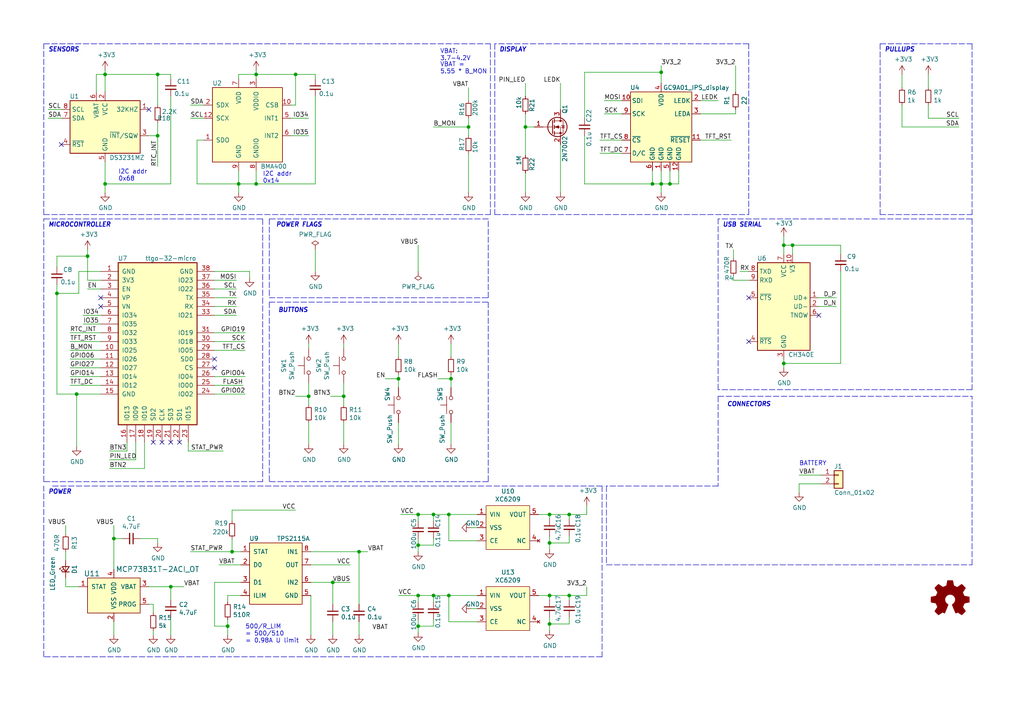
<source format=kicad_sch>
(kicad_sch (version 20211123) (generator eeschema)
  (paper "A4")
  (title_block (title "Open-Smartwatch-Light") (date "2021-02-18") (rev "3.3"))
  (junction (at 159.385 180.975))
  (junction (at 194.31 53.34))
  (junction (at 191.77 53.34))
  (junction (at 135.89 36.83))
  (junction (at 30.48 53.34))
  (junction (at 189.23 53.34))
  (junction (at 121.285 172.72))
  (junction (at 67.31 160.02))
  (junction (at 121.285 149.225))
  (junction (at 74.295 21.59))
  (junction (at 30.48 21.59))
  (junction (at 121.285 158.115))
  (junction (at 45.72 21.59))
  (junction (at 69.215 53.34))
  (junction (at 104.14 160.02))
  (junction (at 227.33 105.41))
  (junction (at 33.02 156.21))
  (junction (at 340.995 72.39))
  (junction (at 159.385 172.72))
  (junction (at 96.52 168.91))
  (junction (at 130.81 109.855))
  (junction (at 99.695 114.935))
  (junction (at 165.1 172.72))
  (junction (at 22.225 114.3))
  (junction (at 115.57 109.855))
  (junction (at 229.87 71.12))
  (junction (at 227.33 71.12))
  (junction (at 125.73 172.72))
  (junction (at 121.285 181.61))
  (junction (at 16.51 85.09))
  (junction (at 74.295 53.34))
  (junction (at 130.175 149.225))
  (junction (at 191.77 20.955))
  (junction (at 130.175 172.72))
  (junction (at 159.385 149.225))
  (junction (at 165.1 149.225))
  (junction (at 125.73 149.225))
  (junction (at 85.725 21.59))
  (junction (at 49.53 170.18))
  (junction (at 152.4 36.83))
  (junction (at 311.15 104.775))
  (junction (at 25.4 74.295))
  (junction (at 66.04 181.61))
  (junction (at 159.385 157.48))
  (junction (at 45.72 39.37))
  (junction (at 89.535 114.935))
  (no_connect (at 62.23 106.68))
  (no_connect (at 62.23 104.14))
  (no_connect (at 46.99 128.27))
  (no_connect (at 52.07 128.27))
  (no_connect (at 237.49 91.44))
  (no_connect (at 29.21 88.9))
  (no_connect (at 44.45 128.27))
  (no_connect (at 17.78 41.91))
  (no_connect (at 217.17 99.06))
  (no_connect (at 43.18 31.75))
  (no_connect (at 49.53 128.27))
  (no_connect (at 217.17 86.36))
  (no_connect (at 29.21 86.36))
  (no_connect (at 326.39 92.71))
  (no_connect (at 326.39 95.25))
  (polyline (pts (xy 208.28 114.935) (xy 281.94 114.935)))
  (wire (pts (xy 326.39 69.85) (xy 334.01 69.85)))
  (wire (pts (xy 165.1 172.72) (xy 170.18 172.72)))
  (wire (pts (xy 31.75 135.89) (xy 41.91 135.89)))
  (wire (pts (xy -42.545 135.255) (xy -32.385 135.255)))
  (wire (pts (xy 180.34 44.45) (xy 173.99 44.45)))
  (wire (pts (xy 43.18 39.37) (xy 45.72 39.37)))
  (wire (pts (xy 74.295 21.59) (xy 74.295 22.86)))
  (wire (pts (xy 29.21 106.68) (xy 20.32 106.68)))
  (wire (pts (xy 339.09 69.85) (xy 340.995 69.85)))
  (wire (pts (xy 104.14 175.26) (xy 104.14 160.02)))
  (wire (pts (xy 62.23 78.74) (xy 72.39 78.74)))
  (wire (pts (xy 74.295 49.53) (xy 74.295 53.34)))
  (wire (pts (xy 130.81 103.505) (xy 130.81 99.695)))
  (wire (pts (xy -42.545 135.255) (xy -42.545 137.16)))
  (polyline (pts (xy 76.2 139.7) (xy 12.7 139.7)))
  (wire (pts (xy 111.76 109.855) (xy 115.57 109.855)))
  (wire (pts (xy 62.23 81.28) (xy 68.58 81.28)))
  (wire (pts (xy 57.15 53.34) (xy 57.15 40.64)))
  (wire (pts (xy 214.63 78.74) (xy 217.17 78.74)))
  (wire (pts (xy 156.21 172.72) (xy 159.385 172.72)))
  (wire (pts (xy 165.1 149.225) (xy 165.1 150.495)))
  (polyline (pts (xy 141.605 63.5) (xy 78.105 63.5)))
  (polyline (pts (xy 208.28 113.03) (xy 208.28 63.5)))
  (wire (pts (xy 104.14 184.15) (xy 104.14 180.34)))
  (wire (pts (xy 261.62 21.59) (xy 261.62 25.4)))
  (wire (pts (xy 29.21 99.06) (xy 20.32 99.06)))
  (polyline (pts (xy 78.105 87.63) (xy 78.105 139.7)))
  (wire (pts (xy 25.4 81.28) (xy 25.4 74.295)))
  (wire (pts (xy -32.385 140.335) (xy -39.37 140.335)))
  (wire (pts (xy 189.23 49.53) (xy 189.23 53.34)))
  (wire (pts (xy 74.295 53.34) (xy 69.215 53.34)))
  (wire (pts (xy 40.64 156.21) (xy 45.72 156.21)))
  (wire (pts (xy 229.87 71.12) (xy 229.87 73.66)))
  (wire (pts (xy 130.175 149.225) (xy 138.43 149.225)))
  (wire (pts (xy 90.17 184.15) (xy 90.17 172.72)))
  (wire (pts (xy 135.89 36.83) (xy 125.73 36.83)))
  (wire (pts (xy 67.31 160.02) (xy 69.85 160.02)))
  (wire (pts (xy 165.1 155.575) (xy 165.1 157.48)))
  (wire (pts (xy 89.535 100.965) (xy 89.535 99.695)))
  (wire (pts (xy 238.125 140.335) (xy 231.775 140.335)))
  (wire (pts (xy 227.33 71.12) (xy 227.33 73.66)))
  (wire (pts (xy 29.21 83.82) (xy 25.4 83.82)))
  (wire (pts (xy 29.21 104.14) (xy 20.32 104.14)))
  (wire (pts (xy 19.05 160.02) (xy 19.05 162.56)))
  (wire (pts (xy 72.39 78.74) (xy 72.39 80.645)))
  (wire (pts (xy 19.05 152.4) (xy 19.05 154.94)))
  (wire (pts (xy 19.05 167.64) (xy 19.05 170.18)))
  (wire (pts (xy 66.04 181.61) (xy 66.04 179.705)))
  (wire (pts (xy 121.285 181.61) (xy 125.73 181.61)))
  (wire (pts (xy 84.455 39.37) (xy 89.535 39.37)))
  (wire (pts (xy 165.1 172.72) (xy 165.1 173.99)))
  (wire (pts (xy 191.77 19.05) (xy 191.77 20.955)))
  (wire (pts (xy 152.4 36.83) (xy 152.4 45.085)))
  (wire (pts (xy 16.51 85.09) (xy 16.51 114.3)))
  (wire (pts (xy 162.56 55.88) (xy 162.56 41.91)))
  (wire (pts (xy 340.995 72.39) (xy 340.995 74.295)))
  (wire (pts (xy 62.23 88.9) (xy 68.58 88.9)))
  (wire (pts (xy 121.285 179.705) (xy 121.285 181.61)))
  (wire (pts (xy 130.81 109.855) (xy 130.81 112.395)))
  (polyline (pts (xy 141.605 139.7) (xy 78.105 139.7)))
  (wire (pts (xy 99.695 99.695) (xy 99.695 100.965)))
  (wire (pts (xy 162.56 24.13) (xy 162.56 31.75)))
  (wire (pts (xy 159.385 155.575) (xy 159.385 157.48)))
  (wire (pts (xy 130.175 149.225) (xy 130.175 156.845)))
  (wire (pts (xy 29.21 78.74) (xy 22.86 78.74)))
  (wire (pts (xy 138.43 180.34) (xy 130.175 180.34)))
  (wire (pts (xy 115.57 99.695) (xy 115.57 103.505)))
  (wire (pts (xy -42.545 121.92) (xy -42.545 123.825)))
  (wire (pts (xy 125.73 149.225) (xy 125.73 151.13)))
  (wire (pts (xy 16.51 85.09) (xy 16.51 82.55)))
  (wire (pts (xy 25.4 74.295) (xy 25.4 72.39)))
  (wire (pts (xy -39.37 127) (xy -32.385 127)))
  (wire (pts (xy 57.15 40.64) (xy 59.055 40.64)))
  (wire (pts (xy 33.02 184.15) (xy 33.02 180.34)))
  (wire (pts (xy 96.52 168.91) (xy 90.17 168.91)))
  (wire (pts (xy 45.72 39.37) (xy 45.72 48.26)))
  (wire (pts (xy 29.21 96.52) (xy 20.32 96.52)))
  (wire (pts (xy 169.545 20.955) (xy 169.545 34.29)))
  (wire (pts (xy 69.215 49.53) (xy 69.215 53.34)))
  (wire (pts (xy 227.33 105.41) (xy 227.33 104.14)))
  (wire (pts (xy 69.85 168.91) (xy 62.23 168.91)))
  (polyline (pts (xy 281.94 113.03) (xy 208.28 113.03)))
  (wire (pts (xy 62.23 96.52) (xy 71.12 96.52)))
  (wire (pts (xy 44.45 175.26) (xy 43.18 175.26)))
  (wire (pts (xy 212.725 81.28) (xy 217.17 81.28)))
  (wire (pts (xy 115.57 109.855) (xy 115.57 108.585)))
  (polyline (pts (xy 281.94 63.5) (xy 281.94 113.03)))
  (wire (pts (xy 326.39 82.55) (xy 326.39 85.09)))
  (wire (pts (xy 121.285 149.225) (xy 121.285 151.13)))
  (wire (pts (xy 303.53 104.775) (xy 311.15 104.775)))
  (wire (pts (xy 130.81 128.905) (xy 130.81 122.555)))
  (wire (pts (xy 67.31 151.13) (xy 67.31 147.955)))
  (wire (pts (xy 194.31 49.53) (xy 194.31 53.34)))
  (wire (pts (xy 99.695 117.475) (xy 99.695 114.935)))
  (wire (pts (xy 303.53 102.87) (xy 303.53 104.775)))
  (wire (pts (xy 121.285 156.21) (xy 121.285 158.115)))
  (wire (pts (xy 196.85 53.34) (xy 194.31 53.34)))
  (wire (pts (xy 66.04 172.72) (xy 66.04 174.625)))
  (wire (pts (xy 203.2 40.64) (xy 212.09 40.64)))
  (wire (pts (xy 180.34 40.64) (xy 173.99 40.64)))
  (wire (pts (xy 62.23 91.44) (xy 68.58 91.44)))
  (wire (pts (xy 30.48 53.34) (xy 30.48 46.99)))
  (wire (pts (xy 96.52 184.15) (xy 96.52 180.34)))
  (wire (pts (xy 74.295 53.34) (xy 91.44 53.34)))
  (wire (pts (xy 180.34 33.02) (xy 175.26 33.02)))
  (wire (pts (xy 49.53 53.34) (xy 30.48 53.34)))
  (wire (pts (xy 89.535 114.935) (xy 89.535 117.475)))
  (wire (pts (xy 121.285 172.72) (xy 121.285 174.625)))
  (wire (pts (xy 326.39 77.47) (xy 326.39 80.01)))
  (wire (pts (xy 96.52 168.91) (xy 96.52 175.26)))
  (wire (pts (xy 159.385 180.975) (xy 159.385 182.88)))
  (wire (pts (xy 62.23 83.82) (xy 68.58 83.82)))
  (wire (pts (xy 242.57 88.9) (xy 237.49 88.9)))
  (wire (pts (xy 136.525 153.035) (xy 138.43 153.035)))
  (wire (pts (xy 66.04 184.15) (xy 66.04 181.61)))
  (wire (pts (xy 121.285 172.72) (xy 125.73 172.72)))
  (wire (pts (xy 229.87 71.12) (xy 243.84 71.12)))
  (polyline (pts (xy 255.27 62.23) (xy 281.94 62.23)))
  (wire (pts (xy 67.31 147.955) (xy 85.725 147.955)))
  (wire (pts (xy 62.23 168.91) (xy 62.23 181.61)))
  (wire (pts (xy 95.885 114.935) (xy 99.695 114.935)))
  (wire (pts (xy 49.53 184.15) (xy 49.53 179.07)))
  (wire (pts (xy -39.37 129.54) (xy -32.385 129.54)))
  (wire (pts (xy -32.385 116.84) (xy -37.465 116.84)))
  (polyline (pts (xy 142.24 12.7) (xy 142.24 62.23)))
  (wire (pts (xy 243.84 105.41) (xy 227.33 105.41)))
  (wire (pts (xy 116.205 149.225) (xy 121.285 149.225)))
  (wire (pts (xy 91.44 72.39) (xy 91.44 78.74)))
  (wire (pts (xy 89.535 111.125) (xy 89.535 114.935)))
  (wire (pts (xy 85.725 21.59) (xy 85.725 30.48)))
  (wire (pts (xy 16.51 74.295) (xy 16.51 77.47)))
  (polyline (pts (xy 217.17 12.7) (xy 143.51 12.7)))
  (polyline (pts (xy 76.2 63.5) (xy 76.2 139.7)))
  (wire (pts (xy 74.295 20.32) (xy 74.295 21.59)))
  (wire (pts (xy 45.72 156.21) (xy 45.72 157.48)))
  (wire (pts (xy 44.45 184.15) (xy 44.45 182.88)))
  (wire (pts (xy 165.1 179.07) (xy 165.1 180.975)))
  (wire (pts (xy 29.21 81.28) (xy 25.4 81.28)))
  (wire (pts (xy 29.21 111.76) (xy 20.32 111.76)))
  (polyline (pts (xy 15.24 140.97) (xy 175.26 140.97)))
  (polyline (pts (xy 255.27 12.7) (xy 281.94 12.7)))
  (wire (pts (xy 54.61 130.81) (xy 64.77 130.81)))
  (wire (pts (xy 208.28 29.21) (xy 203.2 29.21)))
  (wire (pts (xy 159.385 172.72) (xy 159.385 173.99)))
  (wire (pts (xy 45.72 21.59) (xy 45.72 30.48)))
  (wire (pts (xy 130.81 109.855) (xy 127 109.855)))
  (wire (pts (xy 16.51 114.3) (xy 22.225 114.3)))
  (polyline (pts (xy 12.7 190.5) (xy 12.7 140.97)))
  (wire (pts (xy 62.23 86.36) (xy 68.58 86.36)))
  (wire (pts (xy 29.21 91.44) (xy 24.13 91.44)))
  (wire (pts (xy 69.215 53.34) (xy 69.215 55.88)))
  (wire (pts (xy 36.83 130.81) (xy 31.75 130.81)))
  (wire (pts (xy 212.725 80.01) (xy 212.725 81.28)))
  (wire (pts (xy 191.77 53.34) (xy 189.23 53.34)))
  (wire (pts (xy 135.89 36.83) (xy 135.89 39.37)))
  (wire (pts (xy 159.385 172.72) (xy 165.1 172.72)))
  (polyline (pts (xy 78.105 63.5) (xy 78.105 86.36)))
  (wire (pts (xy 152.4 33.02) (xy 152.4 36.83)))
  (polyline (pts (xy 12.7 12.7) (xy 142.24 12.7)))
  (wire (pts (xy 30.48 20.32) (xy 30.48 21.59)))
  (wire (pts (xy 227.33 68.58) (xy 227.33 71.12)))
  (polyline (pts (xy 78.105 87.63) (xy 141.605 87.63)))
  (polyline (pts (xy 174.625 190.5) (xy 12.7 190.5)))
  (wire (pts (xy 85.725 30.48) (xy 84.455 30.48)))
  (wire (pts (xy -39.37 124.46) (xy -32.385 124.46)))
  (wire (pts (xy 84.455 34.29) (xy 89.535 34.29)))
  (polyline (pts (xy 141.605 87.63) (xy 141.605 139.7)))
  (wire (pts (xy -32.385 142.875) (xy -39.37 142.875)))
  (wire (pts (xy 55.245 30.48) (xy 59.055 30.48)))
  (wire (pts (xy 62.23 101.6) (xy 71.12 101.6)))
  (wire (pts (xy 69.215 53.34) (xy 57.15 53.34)))
  (polyline (pts (xy 175.895 140.97) (xy 175.895 163.83)))
  (wire (pts (xy 165.1 149.225) (xy 170.18 149.225)))
  (wire (pts (xy 62.23 99.06) (xy 71.12 99.06)))
  (wire (pts (xy 121.285 78.74) (xy 121.285 71.12)))
  (wire (pts (xy 89.535 128.905) (xy 89.535 122.555)))
  (wire (pts (xy 29.21 109.22) (xy 20.32 109.22)))
  (wire (pts (xy 55.245 160.02) (xy 67.31 160.02)))
  (wire (pts (xy 340.995 72.39) (xy 334.01 72.39)))
  (wire (pts (xy 242.57 86.36) (xy 237.49 86.36)))
  (wire (pts (xy 67.31 160.02) (xy 67.31 156.21)))
  (wire (pts (xy 63.5 163.83) (xy 69.85 163.83)))
  (wire (pts (xy 261.62 30.48) (xy 261.62 36.83)))
  (wire (pts (xy 35.56 156.21) (xy 33.02 156.21)))
  (wire (pts (xy 55.245 34.29) (xy 59.055 34.29)))
  (wire (pts (xy 22.86 85.09) (xy 16.51 85.09)))
  (wire (pts (xy 269.24 21.59) (xy 269.24 25.4)))
  (polyline (pts (xy 281.94 12.7) (xy 281.94 62.23)))
  (wire (pts (xy 13.97 34.29) (xy 17.78 34.29)))
  (wire (pts (xy 30.48 21.59) (xy 45.72 21.59)))
  (wire (pts (xy 135.89 34.29) (xy 135.89 36.83)))
  (polyline (pts (xy 143.51 12.7) (xy 143.51 62.23)))
  (wire (pts (xy 152.4 36.83) (xy 154.94 36.83)))
  (wire (pts (xy 156.21 149.225) (xy 159.385 149.225)))
  (wire (pts (xy 169.545 53.34) (xy 189.23 53.34)))
  (wire (pts (xy 159.385 149.225) (xy 165.1 149.225)))
  (wire (pts (xy 135.89 29.21) (xy 135.89 25.4)))
  (wire (pts (xy 29.21 93.98) (xy 24.13 93.98)))
  (wire (pts (xy 159.385 149.225) (xy 159.385 150.495)))
  (wire (pts (xy 22.225 114.3) (xy 22.225 129.54)))
  (wire (pts (xy 135.89 44.45) (xy 135.89 55.88)))
  (wire (pts (xy 30.48 55.88) (xy 30.48 53.34)))
  (wire (pts (xy 212.725 72.39) (xy 212.725 74.93)))
  (wire (pts (xy 49.53 170.18) (xy 43.18 170.18)))
  (wire (pts (xy 243.84 78.74) (xy 243.84 105.41)))
  (wire (pts (xy 90.17 160.02) (xy 104.14 160.02)))
  (wire (pts (xy 121.285 149.225) (xy 125.73 149.225)))
  (wire (pts (xy 33.02 156.21) (xy 33.02 152.4)))
  (polyline (pts (xy 208.28 140.97) (xy 175.895 140.97)))
  (polyline (pts (xy 12.7 62.23) (xy 142.24 62.23)))
  (wire (pts (xy 62.23 114.3) (xy 71.12 114.3)))
  (wire (pts (xy 29.21 114.3) (xy 22.225 114.3)))
  (wire (pts (xy 261.62 36.83) (xy 278.13 36.83)))
  (wire (pts (xy 125.73 172.72) (xy 130.175 172.72)))
  (wire (pts (xy 159.385 179.07) (xy 159.385 180.975)))
  (wire (pts (xy 91.44 53.34) (xy 91.44 27.94)))
  (wire (pts (xy 227.33 106.68) (xy 227.33 105.41)))
  (wire (pts (xy 20.32 101.6) (xy 29.21 101.6)))
  (wire (pts (xy 194.31 53.34) (xy 191.77 53.34)))
  (wire (pts (xy 238.125 137.795) (xy 231.775 137.795)))
  (wire (pts (xy 41.91 128.27) (xy 41.91 135.89)))
  (wire (pts (xy 115.57 172.72) (xy 121.285 172.72)))
  (wire (pts (xy 326.39 64.77) (xy 331.47 64.77)))
  (wire (pts (xy 30.48 21.59) (xy 27.94 21.59)))
  (wire (pts (xy 125.73 172.72) (xy 125.73 174.625)))
  (wire (pts (xy 69.215 22.86) (xy 69.215 21.59)))
  (wire (pts (xy 27.94 21.59) (xy 27.94 26.67)))
  (wire (pts (xy 49.53 27.94) (xy 49.53 53.34)))
  (wire (pts (xy 191.77 53.34) (xy 191.77 55.88)))
  (wire (pts (xy 121.285 181.61) (xy 121.285 183.515)))
  (wire (pts (xy 49.53 173.99) (xy 49.53 170.18)))
  (wire (pts (xy 165.1 180.975) (xy 159.385 180.975)))
  (wire (pts (xy 62.23 181.61) (xy 66.04 181.61)))
  (wire (pts (xy 191.77 49.53) (xy 191.77 53.34)))
  (wire (pts (xy 36.83 128.27) (xy 36.83 130.81)))
  (wire (pts (xy 49.53 21.59) (xy 49.53 22.86)))
  (wire (pts (xy 170.18 172.72) (xy 170.18 170.18)))
  (polyline (pts (xy 12.7 63.5) (xy 76.2 63.5)))
  (polyline (pts (xy 141.605 86.36) (xy 141.605 63.5)))
  (wire (pts (xy 191.77 20.955) (xy 191.77 24.13)))
  (wire (pts (xy 213.36 26.67) (xy 213.36 19.05)))
  (wire (pts (xy 22.86 78.74) (xy 22.86 85.09)))
  (wire (pts (xy 30.48 21.59) (xy 30.48 26.67)))
  (wire (pts (xy 159.385 157.48) (xy 159.385 159.385)))
  (wire (pts (xy 311.15 102.87) (xy 311.15 104.775)))
  (wire (pts (xy 53.34 170.18) (xy 49.53 170.18)))
  (wire (pts (xy 33.02 156.21) (xy 33.02 165.1)))
  (wire (pts (xy 45.72 35.56) (xy 45.72 39.37)))
  (wire (pts (xy 180.34 29.21) (xy 175.26 29.21)))
  (wire (pts (xy 62.23 111.76) (xy 70.485 111.76)))
  (wire (pts (xy 169.545 39.37) (xy 169.545 53.34)))
  (wire (pts (xy 125.73 158.115) (xy 125.73 156.21)))
  (wire (pts (xy 152.4 55.88) (xy 152.4 50.165)))
  (wire (pts (xy 85.725 21.59) (xy 91.44 21.59)))
  (wire (pts (xy 104.14 160.02) (xy 106.68 160.02)))
  (wire (pts (xy 54.61 128.27) (xy 54.61 130.81)))
  (polyline (pts (xy 255.27 12.7) (xy 255.27 62.23)))
  (wire (pts (xy 152.4 24.13) (xy 152.4 27.94)))
  (wire (pts (xy 130.175 172.72) (xy 130.175 180.34)))
  (wire (pts (xy 213.36 33.02) (xy 203.2 33.02)))
  (wire (pts (xy 99.695 114.935) (xy 99.695 111.125)))
  (wire (pts (xy 101.6 163.83) (xy 90.17 163.83)))
  (wire (pts (xy 62.23 109.22) (xy 71.12 109.22)))
  (polyline (pts (xy 143.51 62.23) (xy 217.17 62.23)))
  (wire (pts (xy 231.775 140.335) (xy 231.775 142.875)))
  (wire (pts (xy 136.525 176.53) (xy 138.43 176.53)))
  (wire (pts (xy 74.295 21.59) (xy 85.725 21.59)))
  (wire (pts (xy 165.1 157.48) (xy 159.385 157.48)))
  (polyline (pts (xy 174.625 140.97) (xy 174.625 190.5)))
  (wire (pts (xy -32.385 137.795) (xy -39.37 137.795)))
  (wire (pts (xy 44.45 177.8) (xy 44.45 175.26)))
  (polyline (pts (xy 12.7 139.7) (xy 12.7 63.5)))
  (polyline (pts (xy 78.105 86.36) (xy 141.605 86.36)))
  (wire (pts (xy 130.175 172.72) (xy 138.43 172.72)))
  (wire (pts (xy 69.85 172.72) (xy 66.04 172.72)))
  (wire (pts (xy 121.285 158.115) (xy 125.73 158.115)))
  (wire (pts (xy 191.77 20.955) (xy 169.545 20.955)))
  (polyline (pts (xy 281.94 163.83) (xy 281.94 114.935)))
  (wire (pts (xy 13.97 31.75) (xy 17.78 31.75)))
  (wire (pts (xy 25.4 74.295) (xy 16.51 74.295)))
  (wire (pts (xy 19.05 170.18) (xy 22.86 170.18)))
  (wire (pts (xy 130.81 108.585) (xy 130.81 109.855)))
  (wire (pts (xy 115.57 128.905) (xy 115.57 122.555)))
  (polyline (pts (xy 12.7 62.23) (xy 12.7 12.7)))
  (wire (pts (xy 227.33 71.12) (xy 229.87 71.12)))
  (wire (pts (xy 115.57 112.395) (xy 115.57 109.855)))
  (polyline (pts (xy 281.94 63.5) (xy 208.28 63.5)))
  (wire (pts (xy 138.43 156.845) (xy 130.175 156.845)))
  (wire (pts (xy 121.285 158.115) (xy 121.285 160.02)))
  (wire (pts (xy 170.18 146.685) (xy 170.18 149.225)))
  (wire (pts (xy 243.84 71.12) (xy 243.84 73.66)))
  (wire (pts (xy 269.24 34.29) (xy 278.13 34.29)))
  (wire (pts (xy 91.44 21.59) (xy 91.44 22.86)))
  (wire (pts (xy 31.75 133.35) (xy 39.37 133.35)))
  (wire (pts (xy 213.36 31.75) (xy 213.36 33.02)))
  (wire (pts (xy 326.39 72.39) (xy 328.93 72.39)))
  (wire (pts (xy 311.15 104.775) (xy 311.15 106.68)))
  (wire (pts (xy 45.72 21.59) (xy 49.53 21.59)))
  (wire (pts (xy 125.73 181.61) (xy 125.73 179.705)))
  (wire (pts (xy 39.37 133.35) (xy 39.37 128.27)))
  (polyline (pts (xy 208.28 114.935) (xy 208.28 140.97)))
  (wire (pts (xy 85.725 114.935) (xy 89.535 114.935)))
  (wire (pts (xy -42.545 121.92) (xy -32.385 121.92)))
  (wire (pts (xy -32.385 114.3) (xy -37.465 114.3)))
  (wire (pts (xy 196.85 49.53) (xy 196.85 53.34)))
  (polyline (pts (xy 217.17 62.23) (xy 217.17 12.7)))
  (wire (pts (xy 69.215 21.59) (xy 74.295 21.59)))
  (wire (pts (xy 340.995 69.85) (xy 340.995 72.39)))
  (wire (pts (xy 99.695 128.905) (xy 99.695 122.555)))
  (wire (pts (xy 125.73 149.225) (xy 130.175 149.225)))
  (polyline (pts (xy 175.895 163.83) (xy 281.94 163.83)))
  (wire (pts (xy 269.24 30.48) (xy 269.24 34.29)))
  (wire (pts (xy 101.6 168.91) (xy 96.52 168.91)))
  (text "500/R_LIM\n= 500/510\n= 0.98A U limit" (at 71.12 186.69 0) (effects (font (size 1.27 1.27)) (justify left bottom)))
  (text "POWER FLAGS" (at 80.01 66.04 0) (effects (font (size 1.27 1.27) (thickness 0.254) bold italic) (justify left bottom)))
  (text "BUTTONS" (at 80.645 90.805 0) (effects (font (size 1.27 1.27) (thickness 0.254) bold italic) (justify left bottom)))
  (text "SENSORS" (at 13.97 15.24 0) (effects (font (size 1.27 1.27) (thickness 0.254) bold italic) (justify left bottom)))
  (text "I2C addr\n0x68" (at 34.29 52.705 0) (effects (font (size 1.27 1.27)) (justify left bottom)))
  (text "CONNECTORS" (at 210.82 118.11 0) (effects (font (size 1.27 1.27) (thickness 0.254) bold italic) (justify left bottom)))
  (text "I2C addr\n0x14" (at 76.2 53.34 0) (effects (font (size 1.27 1.27)) (justify left bottom)))
  (text "POWER" (at 13.97 143.51 0) (effects (font (size 1.27 1.27) (thickness 0.254) bold italic) (justify left bottom)))
  (text "USB SERIAL" (at 209.55 66.04 0) (effects (font (size 1.27 1.27) (thickness 0.254) bold italic) (justify left bottom)))
  (text "DISPLAY" (at 144.78 15.24 0) (effects (font (size 1.27 1.27) (thickness 0.254) bold italic) (justify left bottom)))
  (text "VBAT:\n3.7-4.2V" (at 127.635 17.78 0) (effects (font (size 1.27 1.27)) (justify left bottom)))
  (text "PULLUPS" (at 256.54 15.24 0) (effects (font (size 1.27 1.27) (thickness 0.254) bold italic) (justify left bottom)))
  (text "BATTERY" (at 231.775 135.255 0) (effects (font (size 1.27 1.27)) (justify left bottom)))
  (text "MICROCONTROLLER" (at 13.97 66.04 0) (effects (font (size 1.27 1.27) (thickness 0.254) bold italic) (justify left bottom)))
  (text "VBAT =\n5.55 * B_MON\n" (at 127.635 21.59 0) (effects (font (size 1.27 1.27)) (justify left bottom)))
  (label "GPIO02" (at -39.37 124.46 0))
  (label "BTN2" (at 31.75 135.89 0))
  (label "TFT_DC" (at 173.99 44.45 0))
  (label "BTN3" (at 95.885 114.935 180))
  (label "VBAT" (at 63.5 163.83 0))
  (label "SCL" (at 13.97 31.75 0))
  (label "IO35" (at 89.535 39.37 180))
  (label "B_MON" (at 20.32 101.6 0))
  (label "D_N" (at 326.39 80.01 0))
  (label "VBUS" (at 331.47 64.77 180))
  (label "PIN_LED" (at 152.4 24.13 180))
  (label "BTN3" (at 31.75 130.81 0))
  (label "VBAT" (at 107.95 182.88 0))
  (label "SCK" (at 175.26 33.02 0))
  (label "VBAT" (at 231.775 137.795 0))
  (label "TX" (at 68.58 86.36 180))
  (label "TFT_DC" (at 20.32 111.76 0))
  (label "GPIO27" (at 20.32 106.68 0))
  (label "GPIO14" (at -39.37 137.795 0))
  (label "TFT_CS" (at 71.12 101.6 180))
  (label "IO35" (at 24.13 93.98 0))
  (label "VCC" (at 116.205 149.225 0))
  (label "CC2" (at 326.517 72.39 0))
  (label "SDA" (at 68.58 91.44 180))
  (label "VCC" (at 115.57 172.72 0))
  (label "D_P" (at 326.39 85.09 0))
  (label "VBUS" (at 121.285 71.12 180))
  (label "D_P" (at 242.57 86.36 180))
  (label "D_N" (at 242.57 88.9 180))
  (label "SCK" (at 71.12 99.06 180))
  (label "LEDK" (at 162.56 24.13 180))
  (label "BTN2" (at 85.725 114.935 180))
  (label "GPIO04" (at -39.37 127 0))
  (label "GPIO14" (at 20.32 109.22 0))
  (label "RX" (at 214.63 78.74 0))
  (label "VBAT" (at 106.68 160.02 0))
  (label "TFT_CS" (at 173.99 40.64 0))
  (label "TFT_RST" (at 20.32 99.06 0))
  (label "B_MON" (at 125.73 36.83 0))
  (label "VBUS" (at 101.6 168.91 180))
  (label "GPIO19" (at -39.37 129.54 0))
  (label "FLASH" (at 127 109.855 180))
  (label "VBAT" (at 53.34 170.18 0))
  (label "PIN_LED" (at 31.75 133.35 0))
  (label "FLASH" (at 70.485 111.76 180))
  (label "RX" (at 68.58 88.9 180))
  (label "SCL" (at 278.13 34.29 180))
  (label "SDA" (at 55.245 30.48 0))
  (label "MOSI" (at 175.26 29.21 0))
  (label "GPIO02" (at 71.12 114.3 180))
  (label "GPIO06" (at -39.37 142.875 0))
  (label "VBUS" (at 19.05 152.4 180))
  (label "GPIO04" (at 71.12 109.22 180))
  (label "LEDK" (at 208.28 29.21 180))
  (label "3V3_2" (at 213.36 19.05 180))
  (label "VCC" (at 85.725 147.955 180))
  (label "EN" (at 111.76 109.855 180))
  (label "SDA" (at 13.97 34.29 0))
  (label "EN" (at 25.4 83.82 0))
  (label "GPIO06" (at 20.32 104.14 0))
  (label "RTC_INT" (at 45.72 48.26 90))
  (label "SCL" (at 55.245 34.29 0))
  (label "SDA" (at -37.465 116.84 0))
  (label "VCC" (at 101.6 163.83 180))
  (label "TX" (at 212.725 72.39 180))
  (label "IO34" (at 24.13 91.44 0))
  (label "STAT_PWR" (at 55.245 160.02 0))
  (label "VBAT" (at 135.89 25.4 180))
  (label "SDA" (at 278.13 36.83 180))
  (label "MOSI" (at 68.58 81.28 180))
  (label "STAT_PWR" (at 64.77 130.81 180))
  (label "3V3_2" (at 191.77 19.05 0))
  (label "SCL" (at 68.58 83.82 180))
  (label "GPIO27" (at -39.37 140.335 0))
  (label "RTC_INT" (at 20.32 96.52 0))
  (label "3V3_2" (at 170.18 170.18 180))
  (label "SCL" (at -37.465 114.3 0))
  (label "VBUS" (at 33.02 152.4 180))
  (label "IO34" (at 89.535 34.29 180))
  (label "GPIO19" (at 71.12 96.52 180))
  (label "TFT_RST" (at 212.09 40.64 180))
  (label "CC1" (at 326.517 69.85 0))
  (symbol (lib_id "open-Smartwatch:GC9A01_IPS_display_SPI") (at 191.77 36.83 0) (unit 1)
    (property "Reference" "U4" (at 184.15 25.4 0))
    (property "Value" "GC9A01_IPS_display" (at 201.93 25.4 0))
    (property "Footprint" "open-Smartwatch:GC9A01_IPS_display" (effects hide))
  )
  (symbol (lib_id "open-Smartwatch:ttgo-32-micro") (at 45.72 96.52 0) (unit 1)
    (property "Reference" "U7" (at 35.56 74.93 0))
    (property "Value" "ttgo-32-micro" (at 49.53 74.93 0))
    (property "Footprint" "open-Smartwatch:ttgo-32-micro" (effects hide))
  )
  (symbol (lib_id "Switch:SW_Push") (at 115.57 117.475 90) (unit 1)
    (property "Reference" "SW4" (at 112.395 114.3 0))
    (property "Value" "SW_Push" (at 113.03 124.46 0))
    (property "Footprint" "open-Smartwatch:button_side_smd" (effects hide))
  )
  (symbol (lib_id "Switch:SW_Push") (at 130.81 117.475 90) (unit 1)
    (property "Reference" "SW5" (at 127.635 114.3 0))
    (property "Value" "SW_Push" (at 128.27 124.46 0))
    (property "Footprint" "open-Smartwatch:button_side_smd" (effects hide))
  )
  (symbol (lib_id "Switch:SW_Push") (at 89.535 106.045 90) (unit 1)
    (property "Reference" "SW1" (at 82.296 106.045 0))
    (property "Value" "SW_Push" (at 84.6074 106.045 0))
    (property "Footprint" "open-Smartwatch:button_side_smd" (effects hide))
  )
  (symbol (lib_id "Switch:SW_Push") (at 99.695 106.045 90) (unit 1)
    (property "Reference" "SW2" (at 92.456 106.045 0))
    (property "Value" "SW_Push" (at 94.7674 106.045 0))
    (property "Footprint" "open-Smartwatch:button_side_smd" (effects hide))
  )
  (symbol (lib_id "power:+3V3") (at 115.57 99.695 0) (unit 1)
    (property "Reference" "#PWR030" (effects hide))
    (property "Value" "+3V3" (at 115.951 95.3008 0))
  )
  (symbol (lib_id "Device:R_Small") (at 115.57 106.045 0) (unit 1)
    (property "Reference" "R8" (at 117.0686 104.8766 0) (effects (justify left)))
    (property "Value" "10k" (at 117.0686 107.188 0) (effects (justify left)))
    (property "Footprint" "Resistor_SMD:R_0603_1608Metric" (effects hide))
  )
  (symbol (lib_id "power:GND") (at 115.57 128.905 0) (unit 1)
    (property "Reference" "#PWR038" (effects hide))
    (property "Value" "GND" (at 115.697 133.2992 0))
  )
  (symbol (lib_id "Device:R_Small") (at 130.81 106.045 0) (unit 1)
    (property "Reference" "R9" (at 132.3086 104.8766 0) (effects (justify left)))
    (property "Value" "10k" (at 132.3086 107.188 0) (effects (justify left)))
    (property "Footprint" "Resistor_SMD:R_0603_1608Metric" (effects hide))
  )
  (symbol (lib_id "power:+3V3") (at 130.81 99.695 0) (unit 1)
    (property "Reference" "#PWR031" (effects hide))
    (property "Value" "+3V3" (at 131.191 95.3008 0))
  )
  (symbol (lib_id "power:GND") (at 130.81 128.905 0) (unit 1)
    (property "Reference" "#PWR039" (effects hide))
    (property "Value" "GND" (at 130.937 133.2992 0))
  )
  (symbol (lib_id "open-Smartwatch:CH340E") (at 227.33 88.9 0) (mirror y) (unit 1)
    (property "Reference" "U6" (at 220.98 74.93 0))
    (property "Value" "CH340E" (at 232.41 102.87 0))
    (property "Footprint" "open-Smartwatch:MSOP-10_3x3mm_P0.5mm" (effects hide))
    (property "Datasheet" "https://www.mpja.com/download/35227cpdata.pdf" (effects hide))
  )
  (symbol (lib_id "power:GND") (at 227.33 106.68 0) (unit 1)
    (property "Reference" "#PWR025" (effects hide))
    (property "Value" "GND" (at 227.457 111.0742 0))
  )
  (symbol (lib_id "power:+3V3") (at 227.33 68.58 0) (unit 1)
    (property "Reference" "#PWR015" (effects hide))
    (property "Value" "+3V3" (at 227.33 64.77 0))
  )
  (symbol (lib_id "open-Smartwatch:TPS2115A_default") (at 80.01 166.37 0) (unit 1)
    (property "Reference" "U9" (at 73.66 156.21 0))
    (property "Value" "TPS2115A" (at 85.09 156.21 0))
    (property "Footprint" "open-Smartwatch:TSSOP-8_4.4x3mm_P0.65mm" (effects hide))
    (property "Datasheet" "https://www.ti.com/lit/ds/symlink/tps2114a.pdf?HQS=TI-null-null-digikeymode-df-pf-null-wwe&ts=1599026024238" (effects hide))
    (property "DigiKey_PN" "296-16940-1-ND" (effects hide))
    (property "Manufacturer" "Texas Instruments" (effects hide))
    (property "MPN" "TPS2115APWR" (effects hide))
  )
  (symbol (lib_id "open-Smartwatch:MCP73831T-2ACI_OT") (at 33.02 172.72 0) (unit 1)
    (property "Reference" "U11" (at 26.67 166.37 0) (effects (font (size 1.524 1.524))))
    (property "Value" "MCP73831T-2ACI_OT" (at 45.72 165.1 0) (effects (font (size 1.524 1.524))))
    (property "Footprint" "open-Smartwatch:SOT-23-5" (effects hide))
    (property "Datasheet" "http://ww1.microchip.com/downloads/en/DeviceDoc/20001984g.pdf" (effects hide))
    (property "Digi-Key_PN" "MCP73831T-2ACI/OTCT-ND" (effects hide))
    (property "MPN" "MCP73831T-2ACI/OT" (effects hide))
    (property "Manufacturer" "Microchip Technology" (effects hide))
  )
  (symbol (lib_id "power:GND") (at 33.02 184.15 0) (unit 1)
    (property "Reference" "#PWR043" (effects hide))
    (property "Value" "GND" (at 33.147 188.5442 0))
  )
  (symbol (lib_id "Device:R_Small") (at 19.05 157.48 180) (unit 1)
    (property "Reference" "R13" (at 21.59 157.48 90))
    (property "Value" "470R" (at 16.51 157.48 90))
    (property "Footprint" "Resistor_SMD:R_0603_1608Metric" (effects hide))
  )
  (symbol (lib_id "Device:LED_Small") (at 19.05 165.1 90) (unit 1)
    (property "Reference" "D1" (at 21.59 165.1 0))
    (property "Value" "LED_Green" (at 15.24 166.37 0))
    (property "Footprint" "LED_SMD:LED_0805_2012Metric" (effects hide))
  )
  (symbol (lib_id "Device:C_Small") (at 49.53 176.53 0) (unit 1)
    (property "Reference" "C2" (at 51.8668 175.3616 0) (effects (justify left)))
    (property "Value" "4.7uF" (at 51.8668 177.673 0) (effects (justify left)))
    (property "Footprint" "Capacitor_SMD:C_0603_1608Metric" (effects hide))
  )
  (symbol (lib_id "power:GND") (at 49.53 184.15 0) (unit 1)
    (property "Reference" "#PWR045" (effects hide))
    (property "Value" "GND" (at 49.657 188.5442 0))
  )
  (symbol (lib_id "Device:C_Small") (at 38.1 156.21 270) (unit 1)
    (property "Reference" "C1" (at 38.1 150.3934 90))
    (property "Value" "4.7uF" (at 38.1 152.7048 90))
    (property "Footprint" "Capacitor_SMD:C_0603_1608Metric" (effects hide))
  )
  (symbol (lib_id "power:GND") (at 45.72 157.48 0) (unit 1)
    (property "Reference" "#PWR041" (effects hide))
    (property "Value" "GND" (at 45.847 161.8742 0))
  )
  (symbol (lib_id "Device:R_Small") (at 44.45 180.34 0) (unit 1)
    (property "Reference" "R15" (at 45.9486 179.1716 0) (effects (justify left)))
    (property "Value" "5k" (at 45.9486 181.483 0) (effects (justify left)))
    (property "Footprint" "Resistor_SMD:R_0603_1608Metric" (effects hide))
  )
  (symbol (lib_id "power:GND") (at 44.45 184.15 0) (unit 1)
    (property "Reference" "#PWR044" (effects hide))
    (property "Value" "GND" (at 44.577 188.5442 0))
  )
  (symbol (lib_id "Device:R_Small") (at 212.725 77.47 180) (unit 1)
    (property "Reference" "R4" (at 211.455 80.645 0))
    (property "Value" "470R" (at 210.82 76.835 90))
    (property "Footprint" "Resistor_SMD:R_0603_1608Metric" (effects hide))
  )
  (symbol (lib_id "Device:C_Small") (at 96.52 177.8 0) (unit 1)
    (property "Reference" "C3" (at 98.8568 176.6316 0) (effects (justify left)))
    (property "Value" "0.1u" (at 98.8568 178.943 0) (effects (justify left)))
    (property "Footprint" "Capacitor_SMD:C_0603_1608Metric" (effects hide))
  )
  (symbol (lib_id "Device:C_Small") (at 104.14 177.8 0) (unit 1)
    (property "Reference" "C4" (at 106.4768 176.6316 0) (effects (justify left)))
    (property "Value" "0.1u" (at 106.4768 178.943 0) (effects (justify left)))
    (property "Footprint" "Capacitor_SMD:C_0603_1608Metric" (effects hide))
  )
  (symbol (lib_id "power:GND") (at 104.14 184.15 0) (unit 1)
    (property "Reference" "#PWR049" (effects hide))
    (property "Value" "GND" (at 104.267 188.5442 0))
  )
  (symbol (lib_id "power:GND") (at 96.52 184.15 0) (unit 1)
    (property "Reference" "#PWR048" (effects hide))
    (property "Value" "GND" (at 96.647 188.5442 0))
  )
  (symbol (lib_id "power:GND") (at 90.17 184.15 0) (unit 1)
    (property "Reference" "#PWR047" (effects hide))
    (property "Value" "GND" (at 90.297 188.5442 0))
  )
  (symbol (lib_id "Device:R_Small") (at 66.04 177.165 0) (unit 1)
    (property "Reference" "R14" (at 67.5386 175.9966 0) (effects (justify left)))
    (property "Value" "510R" (at 67.5386 178.308 0) (effects (justify left)))
    (property "Footprint" "Resistor_SMD:R_0603_1608Metric" (effects hide))
  )
  (symbol (lib_id "power:GND") (at 66.04 184.15 0) (unit 1)
    (property "Reference" "#PWR046" (effects hide))
    (property "Value" "GND" (at 66.167 188.5442 0))
  )
  (symbol (lib_id "Device:R_Small") (at 67.31 153.67 0) (unit 1)
    (property "Reference" "R19" (at 62.23 151.765 0) (effects (justify left)))
    (property "Value" "220k" (at 61.595 154.305 0) (effects (justify left)))
    (property "Footprint" "Resistor_SMD:R_0603_1608Metric" (effects hide))
  )
  (symbol (lib_id "Device:R_Small") (at 89.535 120.015 0) (unit 1)
    (property "Reference" "R10" (at 91.0336 118.8466 0) (effects (justify left)))
    (property "Value" "10k" (at 91.0336 121.158 0) (effects (justify left)))
    (property "Footprint" "Resistor_SMD:R_0603_1608Metric" (effects hide))
  )
  (symbol (lib_id "Device:R_Small") (at 99.695 120.015 0) (unit 1)
    (property "Reference" "R11" (at 101.1936 118.8466 0) (effects (justify left)))
    (property "Value" "10k" (at 101.1936 121.158 0) (effects (justify left)))
    (property "Footprint" "Resistor_SMD:R_0603_1608Metric" (effects hide))
  )
  (symbol (lib_id "power:GND") (at 89.535 128.905 0) (unit 1)
    (property "Reference" "#PWR035" (effects hide))
    (property "Value" "GND" (at 89.662 133.2992 0))
  )
  (symbol (lib_id "power:GND") (at 99.695 128.905 0) (unit 1)
    (property "Reference" "#PWR036" (effects hide))
    (property "Value" "GND" (at 99.822 133.2992 0))
  )
  (symbol (lib_id "power:+3V3") (at 89.535 99.695 0) (unit 1)
    (property "Reference" "#PWR027" (effects hide))
    (property "Value" "+3V3" (at 89.916 95.3008 0))
  )
  (symbol (lib_id "power:+3V3") (at 99.695 99.695 0) (unit 1)
    (property "Reference" "#PWR028" (effects hide))
    (property "Value" "+3V3" (at 100.076 95.3008 0))
  )
  (symbol (lib_id "Transistor_FET:2N7002") (at 160.02 36.83 0) (unit 1)
    (property "Reference" "Q1" (at 163.83 33.02 90) (effects (justify left)))
    (property "Value" "2N7002" (at 163.83 46.99 90) (effects (justify left)))
    (property "Footprint" "Package_TO_SOT_SMD:SOT-23" (effects hide))
    (property "Datasheet" "https://www.fairchildsemi.com/datasheets/2N/2N7002.pdf" (effects hide))
  )
  (symbol (lib_id "power:GND") (at 162.56 55.88 0) (unit 1)
    (property "Reference" "#PWR08" (effects hide))
    (property "Value" "GND" (at 162.687 60.2742 0))
  )
  (symbol (lib_id "Device:R_Small") (at 213.36 29.21 0) (unit 1)
    (property "Reference" "R1" (at 210.82 30.48 90) (effects (justify left)))
    (property "Value" "22" (at 215.9 30.48 90) (effects (justify left)))
    (property "Footprint" "Resistor_SMD:R_0603_1608Metric" (effects hide))
  )
  (symbol (lib_id "power:GND") (at 191.77 55.88 0) (unit 1)
    (property "Reference" "#PWR014" (effects hide))
    (property "Value" "GND" (at 191.897 60.2742 0))
  )
  (symbol (lib_id "Timer_RTC:DS3231MZ") (at 30.48 36.83 0) (unit 1)
    (property "Reference" "U1" (at 21.59 27.94 0))
    (property "Value" "DS3231MZ" (at 36.83 45.72 0))
    (property "Footprint" "Package_SO:SOIC-8_3.9x4.9mm_P1.27mm" (effects hide))
    (property "Datasheet" "http://datasheets.maximintegrated.com/en/ds/DS3231M.pdf" (effects hide))
  )
  (symbol (lib_id "power:+3V3") (at 30.48 20.32 0) (unit 1)
    (property "Reference" "#PWR03" (effects hide))
    (property "Value" "+3V3" (at 30.861 15.9258 0))
  )
  (symbol (lib_id "power:GND") (at 30.48 55.88 0) (unit 1)
    (property "Reference" "#PWR09" (effects hide))
    (property "Value" "GND" (at 30.607 60.2742 0))
  )
  (symbol (lib_id "open-Smartwatch:BMA400") (at 71.755 36.83 0) (unit 1)
    (property "Reference" "U2" (at 61.595 24.13 0) (effects (justify left)))
    (property "Value" "BMA400" (at 75.565 48.26 0) (effects (justify left)))
    (property "Footprint" "open-Smartwatch:LGA-12_2x2mm_P0.5mm" (effects hide))
    (property "Datasheet" "https://ae-bst.resource.bosch.com/media/_tech/media/datasheets/BST-BMA400-DS000.pdf" (effects hide))
    (property "DigiKey_PN" "828-1081-1-ND" (effects hide))
    (property "Manufacturer" "Bosch Sensortec" (effects hide))
    (property "MPN" "BMA400" (effects hide))
  )
  (symbol (lib_id "power:+3V3") (at 74.295 20.32 0) (unit 1)
    (property "Reference" "#PWR05" (effects hide))
    (property "Value" "+3V3" (at 74.676 15.9258 0))
  )
  (symbol (lib_id "power:GND") (at 69.215 55.88 0) (unit 1)
    (property "Reference" "#PWR011" (effects hide))
    (property "Value" "GND" (at 69.342 60.2742 0))
  )
  (symbol (lib_id "Device:R_Small") (at 135.89 31.75 0) (unit 1)
    (property "Reference" "R16" (at 133.985 33.655 90) (effects (justify left)))
    (property "Value" "200k" (at 137.795 33.655 90) (effects (justify left)))
    (property "Footprint" "Resistor_SMD:R_0603_1608Metric" (effects hide))
  )
  (symbol (lib_id "Device:R_Small") (at 135.89 41.91 0) (unit 1)
    (property "Reference" "R17" (at 133.985 43.815 90) (effects (justify left)))
    (property "Value" "10k" (at 137.795 44.45 90) (effects (justify left)))
    (property "Footprint" "Resistor_SMD:R_0603_1608Metric" (effects hide))
  )
  (symbol (lib_id "Device:C_Small") (at 243.84 76.2 0) (unit 1)
    (property "Reference" "C9" (at 245.618 74.422 0) (effects (justify left)))
    (property "Value" "0.1u" (at 244.856 77.978 0) (effects (justify left)))
    (property "Footprint" "Capacitor_SMD:C_0603_1608Metric" (effects hide))
  )
  (symbol (lib_id "power:GND") (at 135.89 55.88 0) (unit 1)
    (property "Reference" "#PWR053" (effects hide))
    (property "Value" "GND" (at 136.017 60.2742 0))
  )
  (symbol (lib_id "Device:C_Small") (at 49.53 25.4 0) (unit 1)
    (property "Reference" "C11" (at 51.308 23.622 0) (effects (justify left)))
    (property "Value" "0.1u" (at 50.546 27.178 0) (effects (justify left)))
    (property "Footprint" "Capacitor_SMD:C_0603_1608Metric" (effects hide))
  )
  (symbol (lib_id "Device:C_Small") (at 91.44 25.4 0) (unit 1)
    (property "Reference" "C13" (at 93.218 23.622 0) (effects (justify left)))
    (property "Value" "0.1u" (at 92.456 27.178 0) (effects (justify left)))
    (property "Footprint" "Capacitor_SMD:C_0603_1608Metric" (effects hide))
  )
  (symbol (lib_id "Device:C_Small") (at 16.51 80.01 0) (unit 1)
    (property "Reference" "C8" (at 18.288 78.232 0) (effects (justify left)))
    (property "Value" "0.1u" (at 17.526 81.788 0) (effects (justify left)))
    (property "Footprint" "Capacitor_SMD:C_0603_1608Metric" (effects hide))
  )
  (symbol (lib_id "power:GND") (at 121.285 160.02 0) (unit 1)
    (property "Reference" "#PWR018" (effects hide))
    (property "Value" "GND" (at 121.412 164.4142 0))
  )
  (symbol (lib_id "power:GND") (at 91.44 78.74 0) (unit 1)
    (property "Reference" "#PWR059" (effects hide))
    (property "Value" "GND" (at 91.567 83.1342 0))
  )
  (symbol (lib_id "power:PWR_FLAG") (at 91.44 72.39 0) (unit 1)
    (property "Reference" "#FLG01" (effects hide))
    (property "Value" "PWR_FLAG" (at 91.44 67.9958 0))
  )
  (symbol (lib_id "Connector_Generic:Conn_01x02") (at 243.205 137.795 0) (unit 1)
    (property "Reference" "J1" (at 241.935 135.255 0) (effects (justify left)))
    (property "Value" "Conn_01x02" (at 241.935 142.875 0) (effects (justify left)))
    (property "Footprint" "Connector_PinHeader_2.54mm:PinHeader_1x02_P2.54mm_Vertical" (effects hide))
  )
  (symbol (lib_id "power:GND") (at 231.775 142.875 0) (unit 1)
    (property "Reference" "#PWR032" (effects hide))
    (property "Value" "GND" (at 231.902 147.2692 0))
  )
  (symbol (lib_id "Device:R_Small") (at 152.4 30.48 180) (unit 1)
    (property "Reference" "R21" (at 154.305 28.575 90) (effects (justify left)))
    (property "Value" "10k" (at 150.495 27.94 90) (effects (justify left)))
    (property "Footprint" "Resistor_SMD:R_0603_1608Metric" (effects hide))
  )
  (symbol (lib_id "power:PWR_FLAG") (at 121.285 78.74 180) (unit 1)
    (property "Reference" "#FLG05" (effects hide))
    (property "Value" "PWR_FLAG" (at 121.285 83.1342 0))
  )
  (symbol (lib_id "Device:C_Small") (at 169.545 36.83 0) (unit 1)
    (property "Reference" "C22" (at 170.815 35.56 90) (effects (justify left)))
    (property "Value" "0.1u" (at 170.815 42.545 90) (effects (justify left)))
    (property "Footprint" "Capacitor_SMD:C_0603_1608Metric" (effects hide))
  )
  (symbol (lib_id "Device:R_Small") (at 152.4 47.625 180) (unit 1)
    (property "Reference" "R22" (at 154.305 45.72 90) (effects (justify left)))
    (property "Value" "1M" (at 150.495 45.085 90) (effects (justify left)))
    (property "Footprint" "Resistor_SMD:R_0603_1608Metric" (effects hide))
  )
  (symbol (lib_id "power:GND") (at 152.4 55.88 0) (unit 1)
    (property "Reference" "#PWR0101" (effects hide))
    (property "Value" "GND" (at 152.527 60.2742 0))
  )
  (symbol (lib_id "Device:R_Small") (at 45.72 33.02 180) (unit 1)
    (property "Reference" "R18" (at 49.53 34.29 0) (effects (justify left)))
    (property "Value" "2.2K" (at 51.435 32.385 0) (effects (justify left)))
    (property "Footprint" "Resistor_SMD:R_0603_1608Metric" (effects hide))
  )
  (symbol (lib_id "power:+3V3") (at 25.4 72.39 0) (unit 1)
    (property "Reference" "#PWR017" (effects hide))
    (property "Value" "+3V3" (at 25.781 67.9958 0))
  )
  (symbol (lib_id "power:GND") (at 22.225 129.54 0) (unit 1)
    (property "Reference" "#PWR026" (effects hide))
    (property "Value" "GND" (at 22.352 133.9342 0))
  )
  (symbol (lib_id "power:GND") (at 72.39 80.645 0) (unit 1)
    (property "Reference" "#PWR020" (effects hide))
    (property "Value" "GND" (at 72.517 85.0392 0))
  )
  (symbol (lib_id "Device:C_Small") (at 121.285 153.67 0) (unit 1)
    (property "Reference" "C5" (at 120.015 153.035 90) (effects (justify left)))
    (property "Value" "100u" (at 120.015 159.385 90) (effects (justify left)))
    (property "Footprint" "Capacitor_SMD:C_1206_3216Metric" (effects hide))
  )
  (symbol (lib_id "Device:C_Small") (at 125.73 153.67 0) (unit 1)
    (property "Reference" "C14" (at 127 153.035 90) (effects (justify left)))
    (property "Value" "0.1u" (at 127 158.75 90) (effects (justify left)))
    (property "Footprint" "Capacitor_SMD:C_0603_1608Metric" (effects hide))
  )
  (symbol (lib_id "Device:R_Small") (at 261.62 27.94 0) (unit 1)
    (property "Reference" "R6" (at 263.1186 26.7716 0) (effects (justify left)))
    (property "Value" "1k" (at 263.1186 29.083 0) (effects (justify left)))
    (property "Footprint" "Resistor_SMD:R_0603_1608Metric" (effects hide))
  )
  (symbol (lib_id "Device:R_Small") (at 269.24 27.94 0) (unit 1)
    (property "Reference" "R7" (at 270.7386 26.7716 0) (effects (justify left)))
    (property "Value" "1k" (at 270.7386 29.083 0) (effects (justify left)))
    (property "Footprint" "Resistor_SMD:R_0603_1608Metric" (effects hide))
  )
  (symbol (lib_id "power:+3V3") (at 261.62 21.59 0) (unit 1)
    (property "Reference" "#PWR022" (effects hide))
    (property "Value" "+3V3" (at 262.001 17.1958 0))
  )
  (symbol (lib_id "power:+3V3") (at 269.24 21.59 0) (unit 1)
    (property "Reference" "#PWR023" (effects hide))
    (property "Value" "+3V3" (at 269.621 17.1958 0))
  )
  (symbol (lib_id "Device:C_Small") (at 159.385 153.035 0) (unit 1)
    (property "Reference" "C16" (at 161.925 153.035 90) (effects (justify left)))
    (property "Value" "4.7u" (at 161.925 156.845 90) (effects (justify left)))
    (property "Footprint" "Capacitor_SMD:C_0603_1608Metric" (effects hide))
  )
  (symbol (lib_id "Device:C_Small") (at 165.1 153.035 0) (unit 1)
    (property "Reference" "C18" (at 167.64 153.035 90) (effects (justify left)))
    (property "Value" "0.1u" (at 167.64 157.48 90) (effects (justify left)))
    (property "Footprint" "Capacitor_SMD:C_0603_1608Metric" (effects hide))
  )
  (symbol (lib_id "open-Smartwatch:XC6209") (at 147.32 153.035 0) (unit 1)
    (property "Reference" "U10" (at 147.32 142.494 0))
    (property "Value" "XC6209" (at 147.32 144.8054 0))
    (property "Footprint" "Package_TO_SOT_SMD:SOT-23-5" (effects hide))
  )
  (symbol (lib_id "power:GND") (at 136.525 153.035 270) (unit 1)
    (property "Reference" "#PWR07" (effects hide))
    (property "Value" "GND" (at 137.16 151.765 90))
  )
  (symbol (lib_id "power:GND") (at 159.385 159.385 0) (unit 1)
    (property "Reference" "#PWR016" (effects hide))
    (property "Value" "GND" (at 159.512 163.7792 0))
  )
  (symbol (lib_id "Graphic:Logo_Open_Hardware_Small") (at 275.59 173.99 0) (unit 1)
    (property "Reference" "#LOGO1" (effects hide))
    (property "Value" "Logo_Open_Hardware_Small" (effects hide))
  )
  (symbol (lib_id "power:GND") (at 121.285 183.515 0) (unit 1)
    (property "Reference" "#PWR04" (effects hide))
    (property "Value" "GND" (at 121.412 187.9092 0))
  )
  (symbol (lib_id "Device:C_Small") (at 121.285 177.165 0) (unit 1)
    (property "Reference" "C6" (at 120.015 176.53 90) (effects (justify left)))
    (property "Value" "100u" (at 120.015 182.88 90) (effects (justify left)))
    (property "Footprint" "Capacitor_SMD:C_1206_3216Metric" (effects hide))
  )
  (symbol (lib_id "Device:C_Small") (at 125.73 177.165 0) (unit 1)
    (property "Reference" "C15" (at 127 176.53 90) (effects (justify left)))
    (property "Value" "0.1u" (at 127 182.245 90) (effects (justify left)))
    (property "Footprint" "Capacitor_SMD:C_0603_1608Metric" (effects hide))
  )
  (symbol (lib_id "Device:C_Small") (at 159.385 176.53 0) (unit 1)
    (property "Reference" "C17" (at 161.925 176.53 90) (effects (justify left)))
    (property "Value" "4.7u" (at 161.925 180.34 90) (effects (justify left)))
    (property "Footprint" "Capacitor_SMD:C_0603_1608Metric" (effects hide))
  )
  (symbol (lib_id "Device:C_Small") (at 165.1 176.53 0) (unit 1)
    (property "Reference" "C19" (at 167.64 176.53 90) (effects (justify left)))
    (property "Value" "0.1u" (at 167.64 180.975 90) (effects (justify left)))
    (property "Footprint" "Capacitor_SMD:C_0603_1608Metric" (effects hide))
  )
  (symbol (lib_id "open-Smartwatch:XC6209") (at 147.32 176.53 0) (unit 1)
    (property "Reference" "U13" (at 147.32 165.989 0))
    (property "Value" "XC6209" (at 147.32 168.3004 0))
    (property "Footprint" "Package_TO_SOT_SMD:SOT-23-5" (effects hide))
  )
  (symbol (lib_id "power:GND") (at 136.525 176.53 270) (unit 1)
    (property "Reference" "#PWR012" (effects hide))
    (property "Value" "GND" (at 137.16 175.26 90))
  )
  (symbol (lib_id "power:GND") (at 159.385 182.88 0) (unit 1)
    (property "Reference" "#PWR019" (effects hide))
    (property "Value" "GND" (at 159.512 187.2742 0))
  )
  (symbol (lib_id "power:+3V3") (at 170.18 146.685 0) (unit 1)
    (property "Reference" "#PWR021" (effects hide))
    (property "Value" "+3V3" (at 170.561 142.2908 0))
  )
  (symbol (lib_id "power:GND") (at -42.545 137.16 0) (unit 1)
    (property "Reference" "#PWR0103" (effects hide))
    (property "Value" "GND" (at -42.545 142.24 0))
  )
  (symbol (lib_id "Connector:USB_C_Receptacle_USB2.0") (at 311.15 80.01 0) (unit 1)
    (property "Reference" "J2" (at 311.15 57.15 0))
    (property "Value" "USB_C_Receptacle_USB2.0" (at 311.15 59.69 0))
    (property "Footprint" "sat1l:GCT_USB4105-GF-A" (effects hide))
    (property "Datasheet" "https://www.usb.org/sites/default/files/documents/usb_type-c.zip" (effects hide))
  )
  (symbol (lib_id "Device:R_Small") (at 331.47 72.39 90) (unit 1)
    (property "Reference" "R2" (at 331.47 66.04 90))
    (property "Value" "5.1k" (at 331.47 68.58 90))
    (property "Footprint" "Resistor_SMD:R_0603_1608Metric" (effects hide))
  )
  (symbol (lib_id "power:GND") (at -42.545 123.825 0) (unit 1)
    (property "Reference" "#PWR0102" (effects hide))
    (property "Value" "GND" (at -42.545 128.905 0))
  )
  (symbol (lib_id "Device:R_Small") (at 336.55 69.85 90) (unit 1)
    (property "Reference" "R3" (at 336.55 63.5 90))
    (property "Value" "5.1k" (at 336.55 66.04 90))
    (property "Footprint" "Resistor_SMD:R_0603_1608Metric" (effects hide))
  )
  (symbol (lib_id "power:GND") (at 311.15 106.68 0) (unit 1)
    (property "Reference" "#PWR01" (effects hide))
    (property "Value" "GND" (at 311.15 111.125 0))
  )
  (symbol (lib_id "open-Smartwatch:Conn_01x04") (at -27.305 137.795 0) (unit 1)
    (property "Reference" "J5" (at -22.86 137.7949 0) (effects (justify left)))
    (property "Value" "Conn_01x04" (at -22.86 140.3349 0) (effects (justify left)))
    (property "Footprint" "open-Smartwatch:PinHeader_1x04_P1.00mm_Vertical" (effects hide))
  )
  (symbol (lib_id "power:GND") (at 340.995 74.295 0) (unit 1)
    (property "Reference" "#PWR02" (effects hide))
    (property "Value" "GND" (at 340.995 78.74 0))
  )
  (symbol (lib_id "Connector_Generic:Conn_01x02") (at -27.305 114.3 0) (unit 1)
    (property "Reference" "J3" (at -22.86 114.2999 0) (effects (justify left)))
    (property "Value" "Conn_01x02" (at -22.86 116.8399 0) (effects (justify left)))
    (property "Footprint" "Connector_PinHeader_1.00mm:PinHeader_1x02_P1.00mm_Vertical" (effects hide))
  )
  (symbol (lib_id "open-Smartwatch:Conn_01x04") (at -27.305 124.46 0) (unit 1)
    (property "Reference" "J4" (at -22.86 124.4599 0) (effects (justify left)))
    (property "Value" "Conn_01x04" (at -22.86 126.9999 0) (effects (justify left)))
    (property "Footprint" "open-Smartwatch:PinHeader_1x04_P1.00mm_Vertical" (effects hide))
  )
)
</source>
